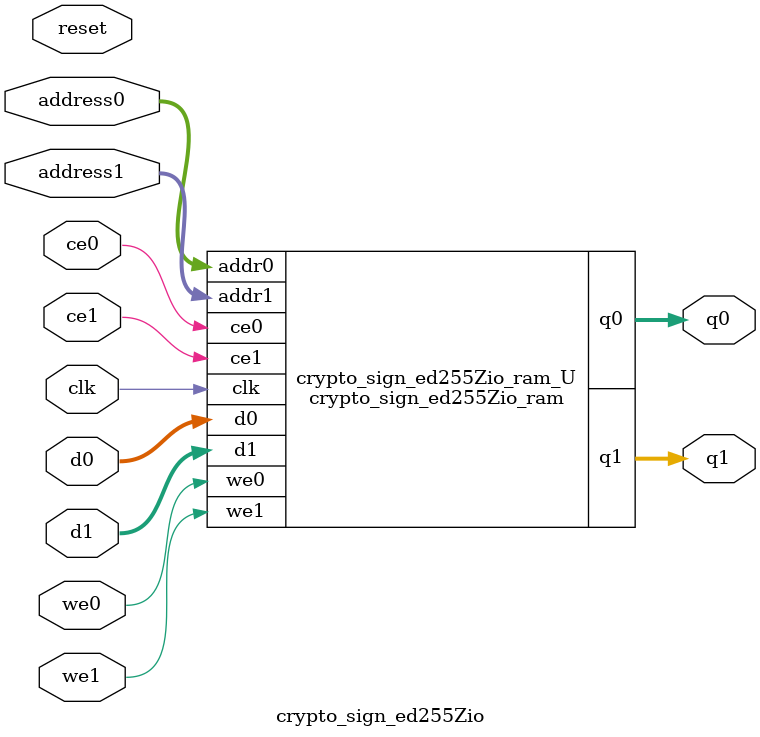
<source format=v>

`timescale 1 ns / 1 ps
module crypto_sign_ed255Zio_ram (addr0, ce0, d0, we0, q0, addr1, ce1, d1, we1, q1,  clk);

parameter DWIDTH = 32;
parameter AWIDTH = 6;
parameter MEM_SIZE = 64;

input[AWIDTH-1:0] addr0;
input ce0;
input[DWIDTH-1:0] d0;
input we0;
output reg[DWIDTH-1:0] q0;
input[AWIDTH-1:0] addr1;
input ce1;
input[DWIDTH-1:0] d1;
input we1;
output reg[DWIDTH-1:0] q1;
input clk;

(* ram_style = "block" *)reg [DWIDTH-1:0] ram[0:MEM_SIZE-1];




always @(posedge clk)  
begin 
    if (ce0) 
    begin
        if (we0) 
        begin 
            ram[addr0] <= d0; 
            q0 <= d0;
        end 
        else 
            q0 <= ram[addr0];
    end
end


always @(posedge clk)  
begin 
    if (ce1) 
    begin
        if (we1) 
        begin 
            ram[addr1] <= d1; 
            q1 <= d1;
        end 
        else 
            q1 <= ram[addr1];
    end
end


endmodule


`timescale 1 ns / 1 ps
module crypto_sign_ed255Zio(
    reset,
    clk,
    address0,
    ce0,
    we0,
    d0,
    q0,
    address1,
    ce1,
    we1,
    d1,
    q1);

parameter DataWidth = 32'd32;
parameter AddressRange = 32'd64;
parameter AddressWidth = 32'd6;
input reset;
input clk;
input[AddressWidth - 1:0] address0;
input ce0;
input we0;
input[DataWidth - 1:0] d0;
output[DataWidth - 1:0] q0;
input[AddressWidth - 1:0] address1;
input ce1;
input we1;
input[DataWidth - 1:0] d1;
output[DataWidth - 1:0] q1;



crypto_sign_ed255Zio_ram crypto_sign_ed255Zio_ram_U(
    .clk( clk ),
    .addr0( address0 ),
    .ce0( ce0 ),
    .d0( d0 ),
    .we0( we0 ),
    .q0( q0 ),
    .addr1( address1 ),
    .ce1( ce1 ),
    .d1( d1 ),
    .we1( we1 ),
    .q1( q1 ));

endmodule


</source>
